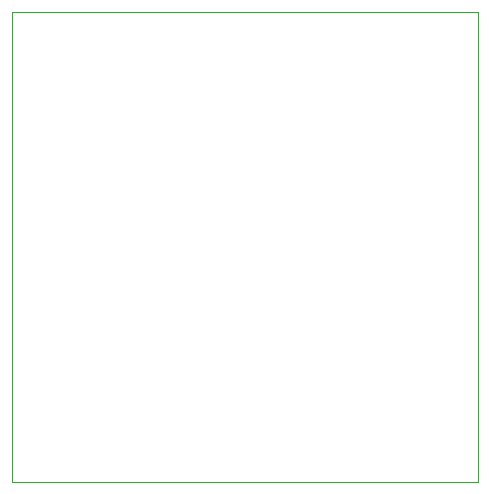
<source format=gbr>
G04 #@! TF.GenerationSoftware,KiCad,Pcbnew,(5.1.5-0-10_14)*
G04 #@! TF.CreationDate,2021-10-24T13:15:44+10:00*
G04 #@! TF.ProjectId,OH - Left Console - Ejection Seat,4f48202d-204c-4656-9674-20436f6e736f,rev?*
G04 #@! TF.SameCoordinates,Original*
G04 #@! TF.FileFunction,Profile,NP*
%FSLAX46Y46*%
G04 Gerber Fmt 4.6, Leading zero omitted, Abs format (unit mm)*
G04 Created by KiCad (PCBNEW (5.1.5-0-10_14)) date 2021-10-24 13:15:44*
%MOMM*%
%LPD*%
G04 APERTURE LIST*
%ADD10C,0.050000*%
G04 APERTURE END LIST*
D10*
X50736500Y-82613500D02*
X50736500Y-122428000D01*
X90170000Y-122428000D02*
X50736500Y-122428000D01*
X90170000Y-82613500D02*
X90170000Y-122428000D01*
X50736500Y-82613500D02*
X90170000Y-82613500D01*
M02*

</source>
